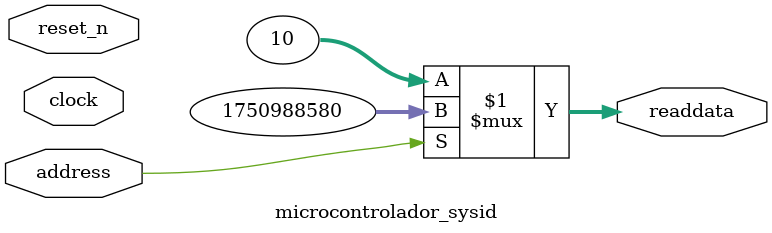
<source format=v>



// synthesis translate_off
`timescale 1ns / 1ps
// synthesis translate_on

// turn off superfluous verilog processor warnings 
// altera message_level Level1 
// altera message_off 10034 10035 10036 10037 10230 10240 10030 

module microcontrolador_sysid (
               // inputs:
                address,
                clock,
                reset_n,

               // outputs:
                readdata
             )
;

  output  [ 31: 0] readdata;
  input            address;
  input            clock;
  input            reset_n;

  wire    [ 31: 0] readdata;
  //control_slave, which is an e_avalon_slave
  assign readdata = address ? 1750988580 : 10;

endmodule



</source>
